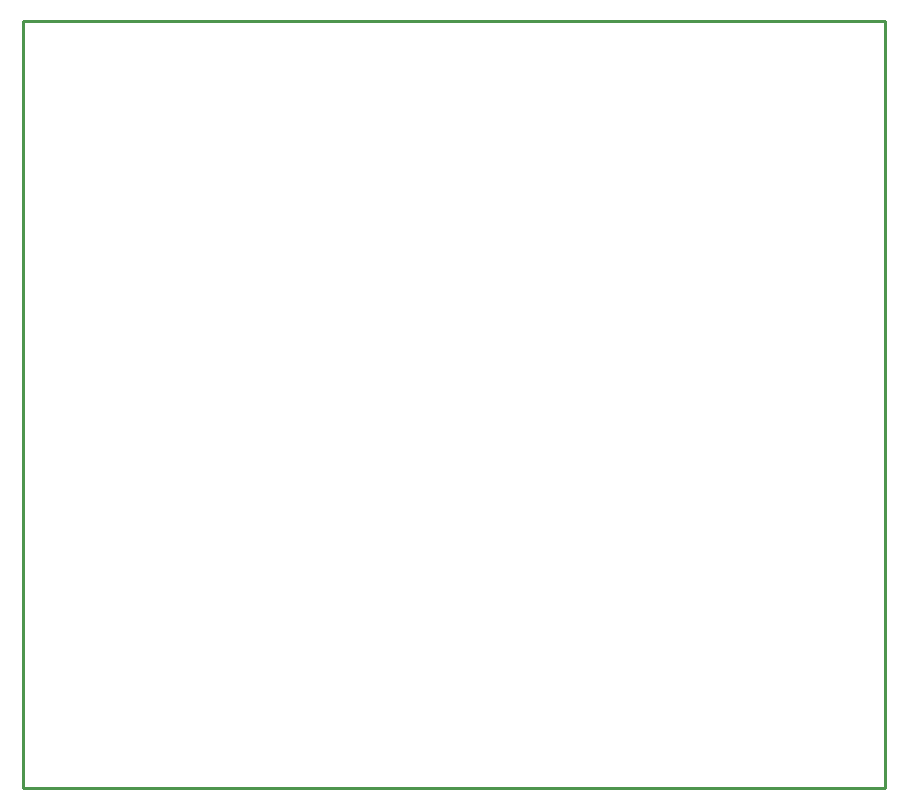
<source format=gbr>
G04 EAGLE Gerber RS-274X export*
G75*
%MOMM*%
%FSLAX34Y34*%
%LPD*%
%IN*%
%IPPOS*%
%AMOC8*
5,1,8,0,0,1.08239X$1,22.5*%
G01*
G04 Define Apertures*
%ADD10C,0.254000*%
D10*
X0Y0D02*
X730000Y0D01*
X730000Y650000D01*
X0Y650000D01*
X0Y0D01*
M02*

</source>
